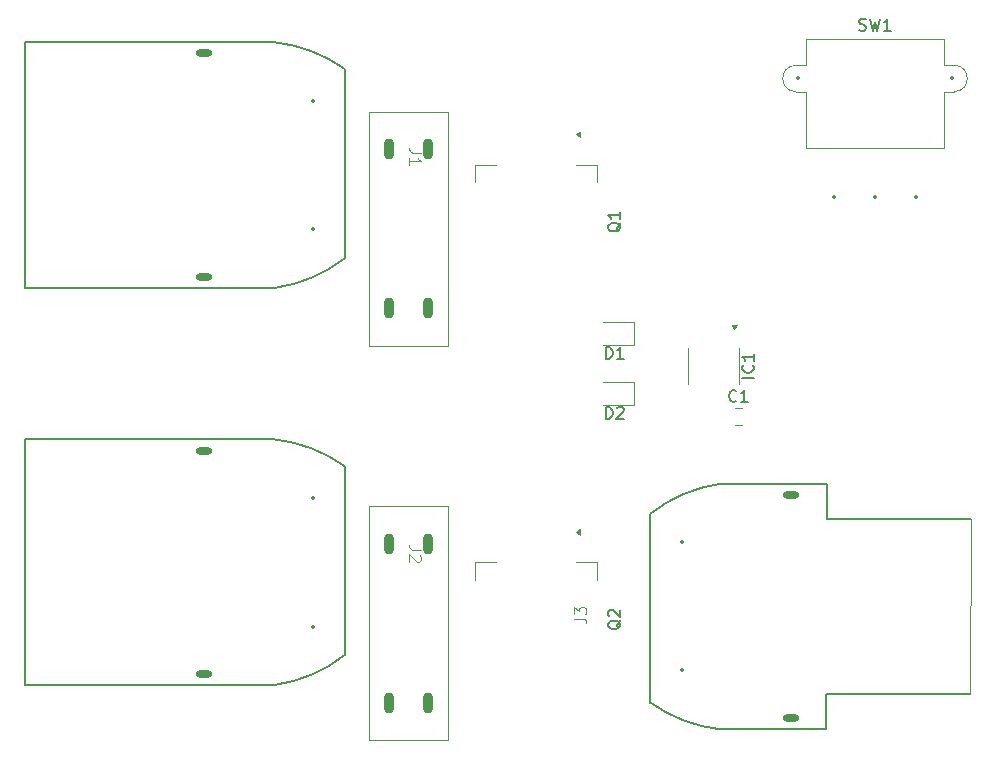
<source format=gbr>
%TF.GenerationSoftware,KiCad,Pcbnew,8.0.0*%
%TF.CreationDate,2024-03-01T13:09:20-07:00*%
%TF.ProjectId,2023IdealDiode,32303233-4964-4656-916c-44696f64652e,rev?*%
%TF.SameCoordinates,Original*%
%TF.FileFunction,Legend,Top*%
%TF.FilePolarity,Positive*%
%FSLAX46Y46*%
G04 Gerber Fmt 4.6, Leading zero omitted, Abs format (unit mm)*
G04 Created by KiCad (PCBNEW 8.0.0) date 2024-03-01 13:09:20*
%MOMM*%
%LPD*%
G01*
G04 APERTURE LIST*
%ADD10C,0.150000*%
%ADD11C,0.100000*%
%ADD12C,0.120000*%
%ADD13C,0.350000*%
%ADD14O,1.400000X0.600000*%
%ADD15O,0.900000X1.800000*%
G04 APERTURE END LIST*
D10*
X340399819Y-250721189D02*
X339399819Y-250721189D01*
X340304580Y-249673571D02*
X340352200Y-249721190D01*
X340352200Y-249721190D02*
X340399819Y-249864047D01*
X340399819Y-249864047D02*
X340399819Y-249959285D01*
X340399819Y-249959285D02*
X340352200Y-250102142D01*
X340352200Y-250102142D02*
X340256961Y-250197380D01*
X340256961Y-250197380D02*
X340161723Y-250244999D01*
X340161723Y-250244999D02*
X339971247Y-250292618D01*
X339971247Y-250292618D02*
X339828390Y-250292618D01*
X339828390Y-250292618D02*
X339637914Y-250244999D01*
X339637914Y-250244999D02*
X339542676Y-250197380D01*
X339542676Y-250197380D02*
X339447438Y-250102142D01*
X339447438Y-250102142D02*
X339399819Y-249959285D01*
X339399819Y-249959285D02*
X339399819Y-249864047D01*
X339399819Y-249864047D02*
X339447438Y-249721190D01*
X339447438Y-249721190D02*
X339495057Y-249673571D01*
X340399819Y-248721190D02*
X340399819Y-249292618D01*
X340399819Y-249006904D02*
X339399819Y-249006904D01*
X339399819Y-249006904D02*
X339542676Y-249102142D01*
X339542676Y-249102142D02*
X339637914Y-249197380D01*
X339637914Y-249197380D02*
X339685533Y-249292618D01*
X338923333Y-252679580D02*
X338875714Y-252727200D01*
X338875714Y-252727200D02*
X338732857Y-252774819D01*
X338732857Y-252774819D02*
X338637619Y-252774819D01*
X338637619Y-252774819D02*
X338494762Y-252727200D01*
X338494762Y-252727200D02*
X338399524Y-252631961D01*
X338399524Y-252631961D02*
X338351905Y-252536723D01*
X338351905Y-252536723D02*
X338304286Y-252346247D01*
X338304286Y-252346247D02*
X338304286Y-252203390D01*
X338304286Y-252203390D02*
X338351905Y-252012914D01*
X338351905Y-252012914D02*
X338399524Y-251917676D01*
X338399524Y-251917676D02*
X338494762Y-251822438D01*
X338494762Y-251822438D02*
X338637619Y-251774819D01*
X338637619Y-251774819D02*
X338732857Y-251774819D01*
X338732857Y-251774819D02*
X338875714Y-251822438D01*
X338875714Y-251822438D02*
X338923333Y-251870057D01*
X339875714Y-252774819D02*
X339304286Y-252774819D01*
X339590000Y-252774819D02*
X339590000Y-251774819D01*
X339590000Y-251774819D02*
X339494762Y-251917676D01*
X339494762Y-251917676D02*
X339399524Y-252012914D01*
X339399524Y-252012914D02*
X339304286Y-252060533D01*
D11*
X312217580Y-231696666D02*
X311503295Y-231696666D01*
X311503295Y-231696666D02*
X311360438Y-231649047D01*
X311360438Y-231649047D02*
X311265200Y-231553809D01*
X311265200Y-231553809D02*
X311217580Y-231410952D01*
X311217580Y-231410952D02*
X311217580Y-231315714D01*
X311217580Y-232696666D02*
X311217580Y-232125238D01*
X311217580Y-232410952D02*
X312217580Y-232410952D01*
X312217580Y-232410952D02*
X312074723Y-232315714D01*
X312074723Y-232315714D02*
X311979485Y-232220476D01*
X311979485Y-232220476D02*
X311931866Y-232125238D01*
D10*
X329145057Y-237615238D02*
X329097438Y-237710476D01*
X329097438Y-237710476D02*
X329002200Y-237805714D01*
X329002200Y-237805714D02*
X328859342Y-237948571D01*
X328859342Y-237948571D02*
X328811723Y-238043809D01*
X328811723Y-238043809D02*
X328811723Y-238139047D01*
X329049819Y-238091428D02*
X329002200Y-238186666D01*
X329002200Y-238186666D02*
X328906961Y-238281904D01*
X328906961Y-238281904D02*
X328716485Y-238329523D01*
X328716485Y-238329523D02*
X328383152Y-238329523D01*
X328383152Y-238329523D02*
X328192676Y-238281904D01*
X328192676Y-238281904D02*
X328097438Y-238186666D01*
X328097438Y-238186666D02*
X328049819Y-238091428D01*
X328049819Y-238091428D02*
X328049819Y-237900952D01*
X328049819Y-237900952D02*
X328097438Y-237805714D01*
X328097438Y-237805714D02*
X328192676Y-237710476D01*
X328192676Y-237710476D02*
X328383152Y-237662857D01*
X328383152Y-237662857D02*
X328716485Y-237662857D01*
X328716485Y-237662857D02*
X328906961Y-237710476D01*
X328906961Y-237710476D02*
X329002200Y-237805714D01*
X329002200Y-237805714D02*
X329049819Y-237900952D01*
X329049819Y-237900952D02*
X329049819Y-238091428D01*
X329049819Y-236710476D02*
X329049819Y-237281904D01*
X329049819Y-236996190D02*
X328049819Y-236996190D01*
X328049819Y-236996190D02*
X328192676Y-237091428D01*
X328192676Y-237091428D02*
X328287914Y-237186666D01*
X328287914Y-237186666D02*
X328335533Y-237281904D01*
X327859405Y-249119819D02*
X327859405Y-248119819D01*
X327859405Y-248119819D02*
X328097500Y-248119819D01*
X328097500Y-248119819D02*
X328240357Y-248167438D01*
X328240357Y-248167438D02*
X328335595Y-248262676D01*
X328335595Y-248262676D02*
X328383214Y-248357914D01*
X328383214Y-248357914D02*
X328430833Y-248548390D01*
X328430833Y-248548390D02*
X328430833Y-248691247D01*
X328430833Y-248691247D02*
X328383214Y-248881723D01*
X328383214Y-248881723D02*
X328335595Y-248976961D01*
X328335595Y-248976961D02*
X328240357Y-249072200D01*
X328240357Y-249072200D02*
X328097500Y-249119819D01*
X328097500Y-249119819D02*
X327859405Y-249119819D01*
X329383214Y-249119819D02*
X328811786Y-249119819D01*
X329097500Y-249119819D02*
X329097500Y-248119819D01*
X329097500Y-248119819D02*
X329002262Y-248262676D01*
X329002262Y-248262676D02*
X328907024Y-248357914D01*
X328907024Y-248357914D02*
X328811786Y-248405533D01*
X329145057Y-271270238D02*
X329097438Y-271365476D01*
X329097438Y-271365476D02*
X329002200Y-271460714D01*
X329002200Y-271460714D02*
X328859342Y-271603571D01*
X328859342Y-271603571D02*
X328811723Y-271698809D01*
X328811723Y-271698809D02*
X328811723Y-271794047D01*
X329049819Y-271746428D02*
X329002200Y-271841666D01*
X329002200Y-271841666D02*
X328906961Y-271936904D01*
X328906961Y-271936904D02*
X328716485Y-271984523D01*
X328716485Y-271984523D02*
X328383152Y-271984523D01*
X328383152Y-271984523D02*
X328192676Y-271936904D01*
X328192676Y-271936904D02*
X328097438Y-271841666D01*
X328097438Y-271841666D02*
X328049819Y-271746428D01*
X328049819Y-271746428D02*
X328049819Y-271555952D01*
X328049819Y-271555952D02*
X328097438Y-271460714D01*
X328097438Y-271460714D02*
X328192676Y-271365476D01*
X328192676Y-271365476D02*
X328383152Y-271317857D01*
X328383152Y-271317857D02*
X328716485Y-271317857D01*
X328716485Y-271317857D02*
X328906961Y-271365476D01*
X328906961Y-271365476D02*
X329002200Y-271460714D01*
X329002200Y-271460714D02*
X329049819Y-271555952D01*
X329049819Y-271555952D02*
X329049819Y-271746428D01*
X328145057Y-270936904D02*
X328097438Y-270889285D01*
X328097438Y-270889285D02*
X328049819Y-270794047D01*
X328049819Y-270794047D02*
X328049819Y-270555952D01*
X328049819Y-270555952D02*
X328097438Y-270460714D01*
X328097438Y-270460714D02*
X328145057Y-270413095D01*
X328145057Y-270413095D02*
X328240295Y-270365476D01*
X328240295Y-270365476D02*
X328335533Y-270365476D01*
X328335533Y-270365476D02*
X328478390Y-270413095D01*
X328478390Y-270413095D02*
X329049819Y-270984523D01*
X329049819Y-270984523D02*
X329049819Y-270365476D01*
D11*
X325192419Y-271143333D02*
X325906704Y-271143333D01*
X325906704Y-271143333D02*
X326049561Y-271190952D01*
X326049561Y-271190952D02*
X326144800Y-271286190D01*
X326144800Y-271286190D02*
X326192419Y-271429047D01*
X326192419Y-271429047D02*
X326192419Y-271524285D01*
X325192419Y-270762380D02*
X325192419Y-270143333D01*
X325192419Y-270143333D02*
X325573371Y-270476666D01*
X325573371Y-270476666D02*
X325573371Y-270333809D01*
X325573371Y-270333809D02*
X325620990Y-270238571D01*
X325620990Y-270238571D02*
X325668609Y-270190952D01*
X325668609Y-270190952D02*
X325763847Y-270143333D01*
X325763847Y-270143333D02*
X326001942Y-270143333D01*
X326001942Y-270143333D02*
X326097180Y-270190952D01*
X326097180Y-270190952D02*
X326144800Y-270238571D01*
X326144800Y-270238571D02*
X326192419Y-270333809D01*
X326192419Y-270333809D02*
X326192419Y-270619523D01*
X326192419Y-270619523D02*
X326144800Y-270714761D01*
X326144800Y-270714761D02*
X326097180Y-270762380D01*
X312192580Y-265316666D02*
X311478295Y-265316666D01*
X311478295Y-265316666D02*
X311335438Y-265269047D01*
X311335438Y-265269047D02*
X311240200Y-265173809D01*
X311240200Y-265173809D02*
X311192580Y-265030952D01*
X311192580Y-265030952D02*
X311192580Y-264935714D01*
X312097342Y-265745238D02*
X312144961Y-265792857D01*
X312144961Y-265792857D02*
X312192580Y-265888095D01*
X312192580Y-265888095D02*
X312192580Y-266126190D01*
X312192580Y-266126190D02*
X312144961Y-266221428D01*
X312144961Y-266221428D02*
X312097342Y-266269047D01*
X312097342Y-266269047D02*
X312002104Y-266316666D01*
X312002104Y-266316666D02*
X311906866Y-266316666D01*
X311906866Y-266316666D02*
X311764009Y-266269047D01*
X311764009Y-266269047D02*
X311192580Y-265697619D01*
X311192580Y-265697619D02*
X311192580Y-266316666D01*
D10*
X327859405Y-254199819D02*
X327859405Y-253199819D01*
X327859405Y-253199819D02*
X328097500Y-253199819D01*
X328097500Y-253199819D02*
X328240357Y-253247438D01*
X328240357Y-253247438D02*
X328335595Y-253342676D01*
X328335595Y-253342676D02*
X328383214Y-253437914D01*
X328383214Y-253437914D02*
X328430833Y-253628390D01*
X328430833Y-253628390D02*
X328430833Y-253771247D01*
X328430833Y-253771247D02*
X328383214Y-253961723D01*
X328383214Y-253961723D02*
X328335595Y-254056961D01*
X328335595Y-254056961D02*
X328240357Y-254152200D01*
X328240357Y-254152200D02*
X328097500Y-254199819D01*
X328097500Y-254199819D02*
X327859405Y-254199819D01*
X328811786Y-253295057D02*
X328859405Y-253247438D01*
X328859405Y-253247438D02*
X328954643Y-253199819D01*
X328954643Y-253199819D02*
X329192738Y-253199819D01*
X329192738Y-253199819D02*
X329287976Y-253247438D01*
X329287976Y-253247438D02*
X329335595Y-253295057D01*
X329335595Y-253295057D02*
X329383214Y-253390295D01*
X329383214Y-253390295D02*
X329383214Y-253485533D01*
X329383214Y-253485533D02*
X329335595Y-253628390D01*
X329335595Y-253628390D02*
X328764167Y-254199819D01*
X328764167Y-254199819D02*
X329383214Y-254199819D01*
X349321667Y-221302200D02*
X349464524Y-221349819D01*
X349464524Y-221349819D02*
X349702619Y-221349819D01*
X349702619Y-221349819D02*
X349797857Y-221302200D01*
X349797857Y-221302200D02*
X349845476Y-221254580D01*
X349845476Y-221254580D02*
X349893095Y-221159342D01*
X349893095Y-221159342D02*
X349893095Y-221064104D01*
X349893095Y-221064104D02*
X349845476Y-220968866D01*
X349845476Y-220968866D02*
X349797857Y-220921247D01*
X349797857Y-220921247D02*
X349702619Y-220873628D01*
X349702619Y-220873628D02*
X349512143Y-220826009D01*
X349512143Y-220826009D02*
X349416905Y-220778390D01*
X349416905Y-220778390D02*
X349369286Y-220730771D01*
X349369286Y-220730771D02*
X349321667Y-220635533D01*
X349321667Y-220635533D02*
X349321667Y-220540295D01*
X349321667Y-220540295D02*
X349369286Y-220445057D01*
X349369286Y-220445057D02*
X349416905Y-220397438D01*
X349416905Y-220397438D02*
X349512143Y-220349819D01*
X349512143Y-220349819D02*
X349750238Y-220349819D01*
X349750238Y-220349819D02*
X349893095Y-220397438D01*
X350226429Y-220349819D02*
X350464524Y-221349819D01*
X350464524Y-221349819D02*
X350655000Y-220635533D01*
X350655000Y-220635533D02*
X350845476Y-221349819D01*
X350845476Y-221349819D02*
X351083572Y-220349819D01*
X351988333Y-221349819D02*
X351416905Y-221349819D01*
X351702619Y-221349819D02*
X351702619Y-220349819D01*
X351702619Y-220349819D02*
X351607381Y-220492676D01*
X351607381Y-220492676D02*
X351512143Y-220587914D01*
X351512143Y-220587914D02*
X351416905Y-220635533D01*
D12*
%TO.C,IC1*%
X334835000Y-249745000D02*
X334835000Y-248245000D01*
X334835000Y-249745000D02*
X334835000Y-251245000D01*
X339155000Y-249745000D02*
X339155000Y-248245000D01*
X339155000Y-249745000D02*
X339155000Y-251245000D01*
X338745000Y-246610000D02*
X338505000Y-246280000D01*
X338985000Y-246280000D01*
X338745000Y-246610000D01*
G36*
X338745000Y-246610000D02*
G01*
X338505000Y-246280000D01*
X338985000Y-246280000D01*
X338745000Y-246610000D01*
G37*
%TO.C,C1*%
X338828748Y-253265000D02*
X339351252Y-253265000D01*
X338828748Y-254735000D02*
X339351252Y-254735000D01*
D10*
%TO.C,J1*%
X278675000Y-222330000D02*
X278675000Y-243130000D01*
X278675000Y-243130000D02*
X293875000Y-243130000D01*
X293875000Y-222330000D02*
X278675000Y-222330000D01*
X293875000Y-222330000D02*
X299825000Y-222330000D01*
X293875000Y-243130000D02*
X299825000Y-243130000D01*
X305775000Y-224600000D02*
X305775000Y-240600000D01*
X299825000Y-222330001D02*
G75*
G02*
X305775000Y-224600000I-1402750J-12609719D01*
G01*
X305775000Y-240600000D02*
G75*
G02*
X299825000Y-243130000I-7665721J9766538D01*
G01*
%TO.C,F2*%
D11*
X314515000Y-261625000D02*
X307785000Y-261625000D01*
X307785000Y-281435000D01*
X314515000Y-281435000D01*
X314515000Y-261625000D01*
D12*
%TO.C,Q1*%
X316745000Y-232695000D02*
X318555000Y-232695000D01*
X316745000Y-234195000D02*
X316745000Y-232695000D01*
X327145000Y-232695000D02*
X325335000Y-232695000D01*
X327145000Y-234195000D02*
X327145000Y-232695000D01*
X325665000Y-230372500D02*
X325335000Y-230132500D01*
X325665000Y-229892500D01*
X325665000Y-230372500D01*
G36*
X325665000Y-230372500D02*
G01*
X325335000Y-230132500D01*
X325665000Y-229892500D01*
X325665000Y-230372500D01*
G37*
%TO.C,D1*%
X327597500Y-247975000D02*
X330282500Y-247975000D01*
X330282500Y-246055000D02*
X327597500Y-246055000D01*
X330282500Y-247975000D02*
X330282500Y-246055000D01*
%TO.C,F1*%
D11*
X314515000Y-228220000D02*
X307785000Y-228220000D01*
X307785000Y-248030000D01*
X314515000Y-248030000D01*
X314515000Y-228220000D01*
D12*
%TO.C,Q2*%
X316745000Y-266350000D02*
X318555000Y-266350000D01*
X316745000Y-267850000D02*
X316745000Y-266350000D01*
X327145000Y-266350000D02*
X325335000Y-266350000D01*
X327145000Y-267850000D02*
X327145000Y-266350000D01*
X325665000Y-264027500D02*
X325335000Y-263787500D01*
X325665000Y-263547500D01*
X325665000Y-264027500D01*
G36*
X325665000Y-264027500D02*
G01*
X325335000Y-263787500D01*
X325665000Y-263547500D01*
X325665000Y-264027500D01*
G37*
D10*
%TO.C,J3*%
X331635000Y-278240000D02*
X331635000Y-262240000D01*
X343535000Y-259710000D02*
X337585000Y-259710000D01*
X343535000Y-280510000D02*
X337585000Y-280510000D01*
X343535000Y-280510000D02*
X346535000Y-280510000D01*
X343559000Y-259715000D02*
X346559000Y-259715000D01*
X346535000Y-277510000D02*
X358735000Y-277510000D01*
X346535000Y-280510000D02*
X346535000Y-277510000D01*
X346559000Y-262715000D02*
X346559000Y-259715000D01*
X346559000Y-262715000D02*
X358759000Y-262715000D01*
D11*
X358759000Y-262715000D02*
X358735000Y-277510000D01*
D10*
X331635000Y-262240000D02*
G75*
G02*
X337585000Y-259710000I7665721J-9766538D01*
G01*
X337585000Y-280509999D02*
G75*
G02*
X331635000Y-278240000I1402750J12609719D01*
G01*
%TO.C,J2*%
X278650000Y-255950000D02*
X278650000Y-276750000D01*
X278650000Y-276750000D02*
X293850000Y-276750000D01*
X293850000Y-255950000D02*
X278650000Y-255950000D01*
X293850000Y-255950000D02*
X299800000Y-255950000D01*
X293850000Y-276750000D02*
X299800000Y-276750000D01*
X305750000Y-258220000D02*
X305750000Y-274220000D01*
X299800000Y-255950001D02*
G75*
G02*
X305750000Y-258220000I-1402750J-12609719D01*
G01*
X305750000Y-274220000D02*
G75*
G02*
X299800000Y-276750000I-7665721J9766538D01*
G01*
D12*
%TO.C,D2*%
X327597500Y-253055000D02*
X330282500Y-253055000D01*
X330282500Y-251135000D02*
X327597500Y-251135000D01*
X330282500Y-253055000D02*
X330282500Y-251135000D01*
%TO.C,SW1*%
X357355000Y-224285000D02*
G75*
G02*
X357355000Y-226505000I0J-1110000D01*
G01*
X343955000Y-226505000D02*
G75*
G02*
X343955000Y-224285000I0J1110000D01*
G01*
X356515000Y-222085000D02*
X356515000Y-224285000D01*
X344795000Y-222085000D02*
X356515000Y-222085000D01*
X344795000Y-222085000D02*
X344795000Y-224285000D01*
X356515000Y-224285000D02*
X357355000Y-224285000D01*
X343955000Y-224285000D02*
X344795000Y-224285000D01*
X356515000Y-226505000D02*
X357355000Y-226505000D01*
X356515000Y-226505000D02*
X356515000Y-231305000D01*
X344795000Y-226505000D02*
X344795000Y-231305000D01*
X343955000Y-226505000D02*
X344795000Y-226505000D01*
X344795000Y-231305000D02*
X356515000Y-231305000D01*
%TD*%
D13*
X303075000Y-238180000D03*
X303075000Y-227330000D03*
D14*
X293875000Y-242180000D03*
X293875000Y-223280000D03*
D15*
X312815000Y-264795000D03*
X309485000Y-264795000D03*
X312815000Y-278265000D03*
X309485000Y-278265000D03*
X312815000Y-231390000D03*
X309485000Y-231390000D03*
X312815000Y-244860000D03*
X309485000Y-244860000D03*
D13*
X334335000Y-264660000D03*
X334335000Y-275510000D03*
D14*
X343535000Y-260660000D03*
X343535000Y-279560000D03*
D13*
X303050000Y-271800000D03*
X303050000Y-260950000D03*
D14*
X293850000Y-275800000D03*
X293850000Y-256900000D03*
D13*
X354155000Y-235395000D03*
X350655000Y-235395000D03*
X347155000Y-235395000D03*
X357155000Y-225395000D03*
X344155000Y-225395000D03*
M02*

</source>
